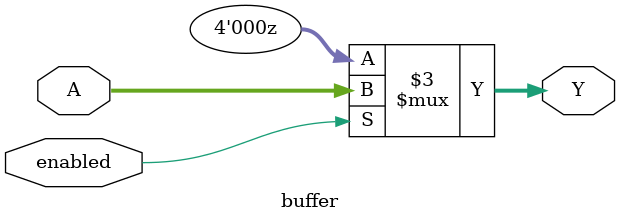
<source format=v>
module buffer (input [3:0]A, input enabled, output reg [3:0] Y);

  always @(A or enabled)
    begin
      if (enabled)
        Y <= A;
      else
        Y = 1'bZ;
    end
endmodule

</source>
